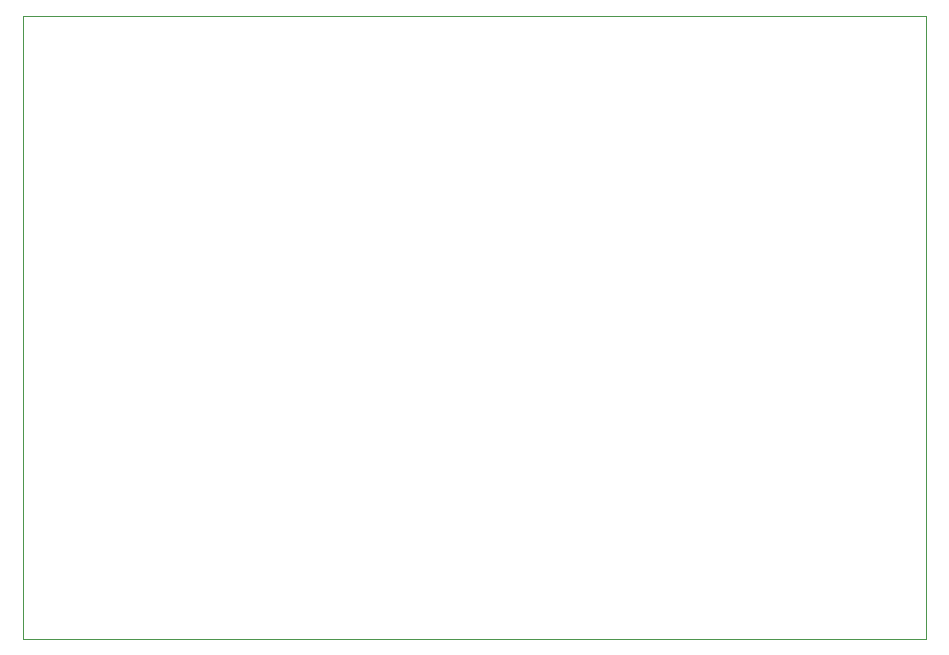
<source format=gbr>
%TF.GenerationSoftware,KiCad,Pcbnew,9.0.5*%
%TF.CreationDate,2025-10-04T16:27:51-04:00*%
%TF.ProjectId,LightBoard-Gift,4c696768-7442-46f6-9172-642d47696674,rev?*%
%TF.SameCoordinates,Original*%
%TF.FileFunction,Profile,NP*%
%FSLAX46Y46*%
G04 Gerber Fmt 4.6, Leading zero omitted, Abs format (unit mm)*
G04 Created by KiCad (PCBNEW 9.0.5) date 2025-10-04 16:27:51*
%MOMM*%
%LPD*%
G01*
G04 APERTURE LIST*
%TA.AperFunction,Profile*%
%ADD10C,0.050000*%
%TD*%
G04 APERTURE END LIST*
D10*
X76500000Y-22250000D02*
X153000000Y-22250000D01*
X153000000Y-75000000D01*
X76500000Y-75000000D01*
X76500000Y-22250000D01*
M02*

</source>
